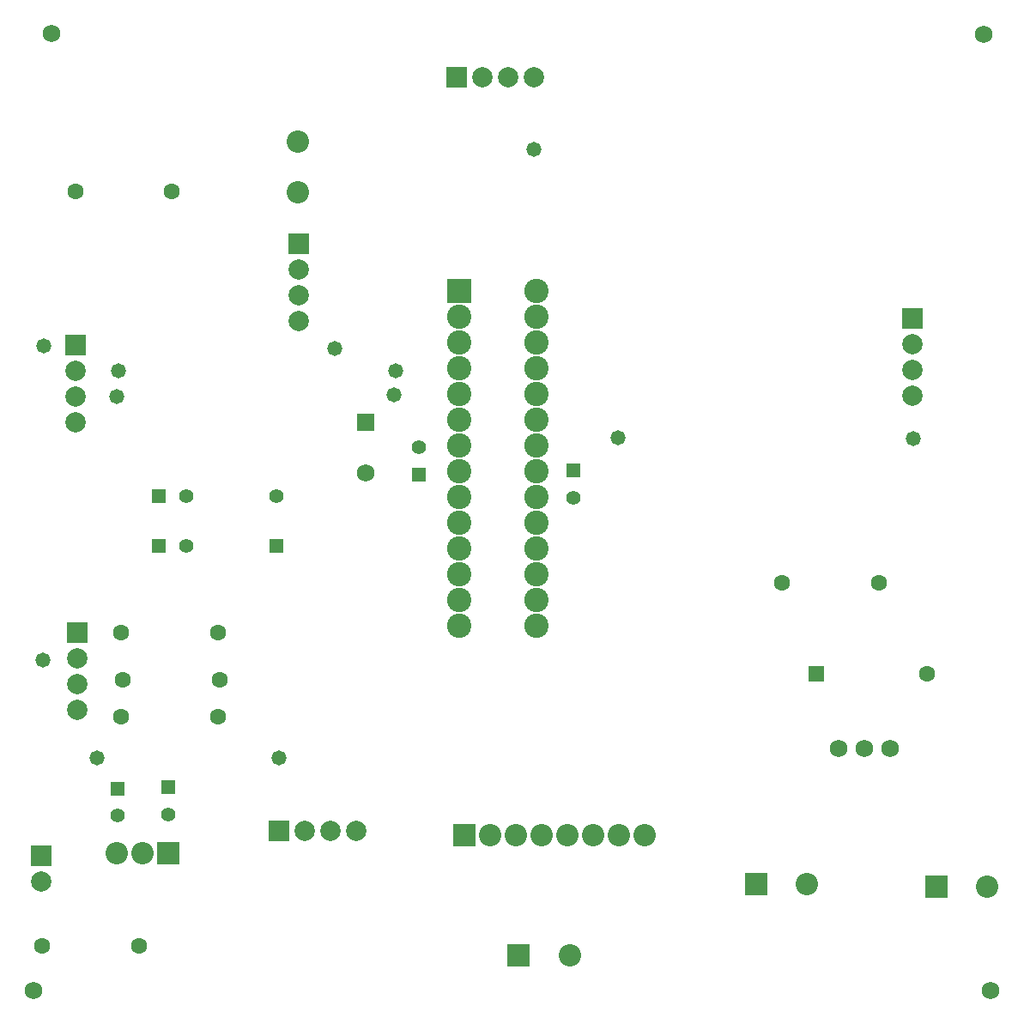
<source format=gts>
G04*
G04 #@! TF.GenerationSoftware,Altium Limited,Altium Designer,24.7.2 (38)*
G04*
G04 Layer_Color=8388736*
%FSLAX44Y44*%
%MOMM*%
G71*
G04*
G04 #@! TF.SameCoordinates,1EDC3C93-3594-418F-BBEB-7D1DC09533BD*
G04*
G04*
G04 #@! TF.FilePolarity,Negative*
G04*
G01*
G75*
%ADD13C,1.7272*%
%ADD14C,2.4032*%
%ADD15C,2.2032*%
%ADD16C,1.6032*%
%ADD17C,2.0032*%
%ADD18R,2.0032X2.0032*%
%ADD19R,2.4032X2.4032*%
%ADD20C,1.4032*%
%ADD21R,1.4032X1.4032*%
%ADD22C,1.4032*%
%ADD23R,2.2032X2.2032*%
%ADD24R,2.0032X2.0032*%
%ADD25R,1.4032X1.4032*%
%ADD26R,1.7272X1.7272*%
%ADD27C,1.6000*%
%ADD28R,1.6000X1.6000*%
%ADD29R,1.4032X1.4032*%
%ADD30C,1.4732*%
D13*
X848868Y265176D02*
D03*
X874268D02*
D03*
X823468D02*
D03*
X356870Y536702D02*
D03*
X973836Y26162D02*
D03*
X29210D02*
D03*
X966724Y969518D02*
D03*
X47244Y970788D02*
D03*
D14*
X525526Y614680D02*
D03*
X449326Y487680D02*
D03*
Y513080D02*
D03*
X525526Y716280D02*
D03*
X449326Y690880D02*
D03*
X525526D02*
D03*
X449326Y665480D02*
D03*
X525526D02*
D03*
Y640080D02*
D03*
X449326D02*
D03*
Y614680D02*
D03*
X525526Y589280D02*
D03*
X449326D02*
D03*
Y563880D02*
D03*
X525526D02*
D03*
Y538480D02*
D03*
X449326D02*
D03*
X525526Y513080D02*
D03*
Y487680D02*
D03*
X449326Y386080D02*
D03*
Y411480D02*
D03*
Y436880D02*
D03*
Y462280D02*
D03*
X525526D02*
D03*
Y436880D02*
D03*
Y411480D02*
D03*
Y386080D02*
D03*
D15*
X606552Y179324D02*
D03*
X631952D02*
D03*
X290322Y813854D02*
D03*
X581152Y179324D02*
D03*
X555752D02*
D03*
X530352D02*
D03*
X504952D02*
D03*
X479552D02*
D03*
X558292Y61214D02*
D03*
X111760Y162052D02*
D03*
X137160D02*
D03*
X290322Y863854D02*
D03*
X792188Y131826D02*
D03*
X970026Y129032D02*
D03*
D16*
X116078Y296672D02*
D03*
X117348Y332994D02*
D03*
X116078Y379222D02*
D03*
X166112Y814324D02*
D03*
X211578Y296672D02*
D03*
Y379222D02*
D03*
X212848Y332994D02*
D03*
X133350Y70866D02*
D03*
X37850D02*
D03*
X70612Y814324D02*
D03*
X767588Y429006D02*
D03*
X863088D02*
D03*
D17*
X72390Y303530D02*
D03*
Y328930D02*
D03*
X347980Y184150D02*
D03*
X322580D02*
D03*
X297180D02*
D03*
X72390Y354330D02*
D03*
X70866Y586994D02*
D03*
Y612394D02*
D03*
Y637794D02*
D03*
X37084Y133858D02*
D03*
X896366Y613410D02*
D03*
Y638810D02*
D03*
Y664210D02*
D03*
X290830Y687070D02*
D03*
Y712470D02*
D03*
Y737870D02*
D03*
X523240Y927100D02*
D03*
X497840D02*
D03*
X472440D02*
D03*
D18*
X72390Y379730D02*
D03*
X70866Y663194D02*
D03*
X37084Y159258D02*
D03*
X896366Y689610D02*
D03*
X290830Y763270D02*
D03*
D19*
X449326Y716280D02*
D03*
D20*
X180340Y464820D02*
D03*
X180162Y514096D02*
D03*
X561848Y512826D02*
D03*
X162052Y199822D02*
D03*
X112522Y198882D02*
D03*
X409702Y562610D02*
D03*
D21*
X268986Y465074D02*
D03*
D22*
Y514074D02*
D03*
D23*
X454152Y179324D02*
D03*
X508292Y61214D02*
D03*
X162560Y162052D02*
D03*
X742188Y131826D02*
D03*
X920026Y129032D02*
D03*
D24*
X271780Y184150D02*
D03*
X447040Y927100D02*
D03*
D25*
X561848Y539826D02*
D03*
X162052Y226822D02*
D03*
X112522Y225882D02*
D03*
X409702Y535610D02*
D03*
D26*
X356870Y586702D02*
D03*
D27*
X910614Y338582D02*
D03*
D28*
X801854D02*
D03*
D29*
X153340Y464820D02*
D03*
X153162Y514096D02*
D03*
D30*
X92456Y255524D02*
D03*
X272034Y256286D02*
D03*
X39624Y662686D02*
D03*
X606298Y571930D02*
D03*
X38577Y352806D02*
D03*
X326644Y660146D02*
D03*
X522986Y856488D02*
D03*
X111506Y612394D02*
D03*
X385318Y614172D02*
D03*
X113030Y638048D02*
D03*
X387096Y637794D02*
D03*
X897128Y571246D02*
D03*
M02*

</source>
